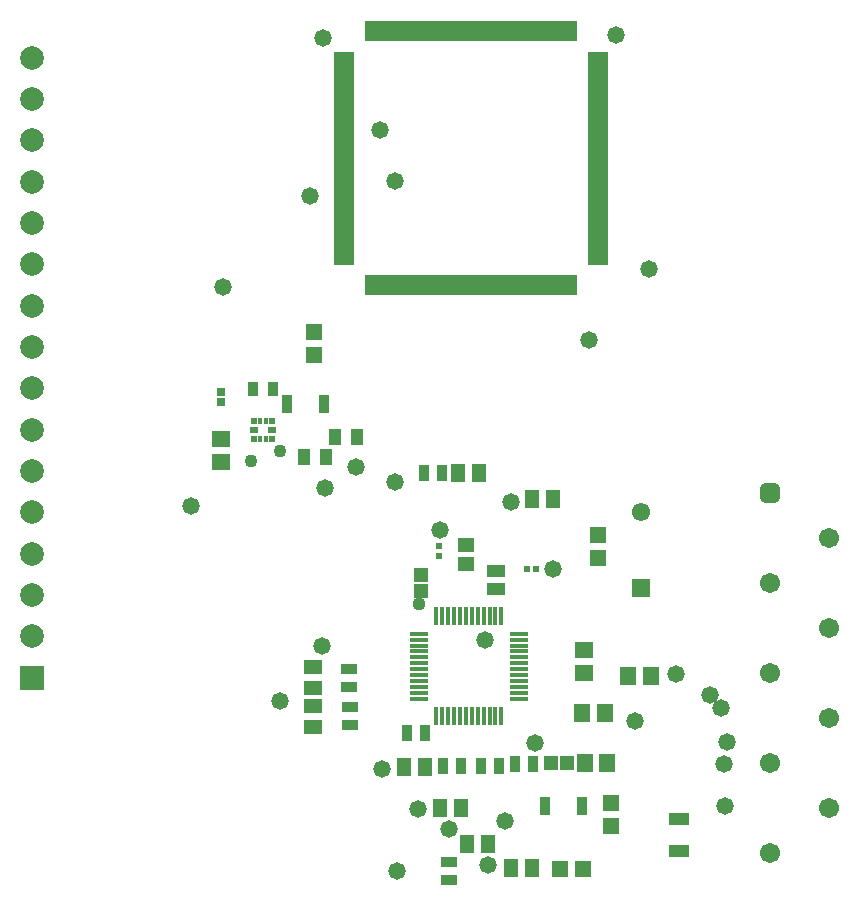
<source format=gts>
G04*
G04 #@! TF.GenerationSoftware,Altium Limited,Altium Designer,24.10.1 (45)*
G04*
G04 Layer_Color=8388736*
%FSLAX44Y44*%
%MOMM*%
G71*
G04*
G04 #@! TF.SameCoordinates,DF843893-4558-481A-A0A7-994FBF74EE7B*
G04*
G04*
G04 #@! TF.FilePolarity,Negative*
G04*
G01*
G75*
%ADD18R,1.3546X1.4621*%
%ADD19R,1.3549X1.5562*%
%ADD20R,0.5200X0.5200*%
%ADD21R,1.4057X1.5082*%
%ADD22R,0.9000X1.6000*%
%ADD23R,0.9500X1.3500*%
%ADD26R,1.3621X1.1578*%
%ADD27R,1.3500X0.9500*%
%ADD29R,1.5562X1.3549*%
%ADD30R,0.5200X0.5200*%
%ADD31R,1.0065X1.4082*%
%ADD32R,1.4621X1.3546*%
%ADD40R,0.8065X1.3082*%
%ADD42R,0.4532X1.5532*%
%ADD43R,1.5532X0.4532*%
%ADD44R,1.2032X1.5532*%
%ADD45R,1.5532X1.2032*%
%ADD46R,1.2532X1.2532*%
%ADD47R,1.2532X1.2532*%
%ADD48R,0.6532X0.5532*%
%ADD49R,0.5032X0.6032*%
%ADD50R,0.4532X0.6032*%
%ADD51R,1.6782X0.5032*%
%ADD52R,0.5032X1.6782*%
%ADD53R,0.7532X0.7532*%
%ADD54R,1.7532X1.1032*%
%ADD55R,1.5032X1.1032*%
%ADD56C,1.7032*%
G04:AMPARAMS|DCode=57|XSize=1.7032mm|YSize=1.7032mm|CornerRadius=0.4766mm|HoleSize=0mm|Usage=FLASHONLY|Rotation=90.000|XOffset=0mm|YOffset=0mm|HoleType=Round|Shape=RoundedRectangle|*
%AMROUNDEDRECTD57*
21,1,1.7032,0.7500,0,0,90.0*
21,1,0.7500,1.7032,0,0,90.0*
1,1,0.9532,0.3750,0.3750*
1,1,0.9532,0.3750,-0.3750*
1,1,0.9532,-0.3750,-0.3750*
1,1,0.9532,-0.3750,0.3750*
%
%ADD57ROUNDEDRECTD57*%
%ADD58R,2.0032X2.0032*%
%ADD59C,2.0032*%
%ADD60R,1.5532X1.5532*%
%ADD61C,1.5532*%
%ADD62C,1.4732*%
%ADD63C,1.1176*%
%ADD64C,1.0922*%
D18*
X504190Y27940D02*
D03*
X484674D02*
D03*
D19*
X522836Y160020D02*
D03*
X503324D02*
D03*
X562206Y191770D02*
D03*
X542693D02*
D03*
D20*
X456820Y281940D02*
D03*
X464820D02*
D03*
D21*
X506358Y118110D02*
D03*
X524882D02*
D03*
D22*
X472180Y81280D02*
D03*
X503180D02*
D03*
X284740Y421640D02*
D03*
X253740D02*
D03*
D23*
X355600Y143510D02*
D03*
X370600D02*
D03*
X369810Y363220D02*
D03*
X384810D02*
D03*
X447160Y116840D02*
D03*
X462160D02*
D03*
X432950Y115570D02*
D03*
X417950D02*
D03*
X386200D02*
D03*
X401200D02*
D03*
D26*
X405130Y302912D02*
D03*
Y286368D02*
D03*
D27*
X391160Y34170D02*
D03*
Y19170D02*
D03*
X307340Y165100D02*
D03*
Y150100D02*
D03*
X306566Y182480D02*
D03*
Y197480D02*
D03*
D29*
X198120Y392026D02*
D03*
Y372514D02*
D03*
X505460Y193847D02*
D03*
Y213360D02*
D03*
D30*
X382270Y293370D02*
D03*
Y301370D02*
D03*
D31*
X268003Y377190D02*
D03*
X287020D02*
D03*
X294021Y393700D02*
D03*
X313039D02*
D03*
D32*
X276860Y483066D02*
D03*
Y463550D02*
D03*
X528320Y83820D02*
D03*
Y64304D02*
D03*
X516890Y291634D02*
D03*
Y311150D02*
D03*
D40*
X241807Y434340D02*
D03*
X224790D02*
D03*
D42*
X385210Y157480D02*
D03*
X400210Y242480D02*
D03*
X405210D02*
D03*
X390210D02*
D03*
X415210D02*
D03*
X435210D02*
D03*
X430210D02*
D03*
X410210D02*
D03*
X425210D02*
D03*
X420210D02*
D03*
X395210D02*
D03*
X385210D02*
D03*
X390210Y157480D02*
D03*
X410210D02*
D03*
X395210D02*
D03*
X405210D02*
D03*
X400210D02*
D03*
X420210D02*
D03*
X415210D02*
D03*
X380210Y242480D02*
D03*
X435210Y157480D02*
D03*
X430210D02*
D03*
X425210D02*
D03*
X380210D02*
D03*
D43*
X365210Y172480D02*
D03*
Y212480D02*
D03*
Y207480D02*
D03*
X450210Y227480D02*
D03*
Y222480D02*
D03*
Y172480D02*
D03*
Y177480D02*
D03*
Y182480D02*
D03*
Y187480D02*
D03*
Y192480D02*
D03*
Y197480D02*
D03*
Y202480D02*
D03*
Y207480D02*
D03*
Y212480D02*
D03*
Y217480D02*
D03*
X365210Y177480D02*
D03*
Y187480D02*
D03*
Y182480D02*
D03*
Y192480D02*
D03*
Y202480D02*
D03*
Y197480D02*
D03*
Y217480D02*
D03*
Y222480D02*
D03*
Y227480D02*
D03*
D44*
X406180Y49530D02*
D03*
X424180D02*
D03*
X416670Y363220D02*
D03*
X398670D02*
D03*
X443120Y29210D02*
D03*
X461120D02*
D03*
X401430Y80010D02*
D03*
X383430D02*
D03*
X370950Y114300D02*
D03*
X352950D02*
D03*
X460900Y341630D02*
D03*
X478900D02*
D03*
D45*
X275590Y148480D02*
D03*
Y166480D02*
D03*
Y181500D02*
D03*
Y199500D02*
D03*
D46*
X367030Y263360D02*
D03*
Y276860D02*
D03*
D47*
X490620Y118110D02*
D03*
X477120D02*
D03*
D48*
X226140Y399920D02*
D03*
X241140D02*
D03*
D49*
Y407670D02*
D03*
X226140D02*
D03*
Y392170D02*
D03*
X241140D02*
D03*
D50*
X236140Y407670D02*
D03*
X231140D02*
D03*
Y392170D02*
D03*
X236140D02*
D03*
D51*
X302260Y717620D02*
D03*
X517020D02*
D03*
Y712620D02*
D03*
Y707620D02*
D03*
Y702620D02*
D03*
Y697620D02*
D03*
Y692620D02*
D03*
Y687620D02*
D03*
Y682620D02*
D03*
Y677620D02*
D03*
Y672620D02*
D03*
Y667620D02*
D03*
Y662620D02*
D03*
Y657620D02*
D03*
Y652620D02*
D03*
Y647620D02*
D03*
Y642620D02*
D03*
Y637620D02*
D03*
Y632620D02*
D03*
Y627620D02*
D03*
Y622620D02*
D03*
Y617620D02*
D03*
Y612620D02*
D03*
Y607620D02*
D03*
Y602620D02*
D03*
Y597620D02*
D03*
Y592620D02*
D03*
Y587620D02*
D03*
Y582620D02*
D03*
Y577620D02*
D03*
Y572620D02*
D03*
Y567620D02*
D03*
Y562620D02*
D03*
Y557620D02*
D03*
Y552620D02*
D03*
Y547620D02*
D03*
Y542620D02*
D03*
X302260D02*
D03*
Y547620D02*
D03*
Y552620D02*
D03*
Y557620D02*
D03*
Y562620D02*
D03*
Y567620D02*
D03*
Y572620D02*
D03*
Y577620D02*
D03*
Y582620D02*
D03*
Y587620D02*
D03*
Y592620D02*
D03*
Y597620D02*
D03*
Y602620D02*
D03*
Y607620D02*
D03*
Y612620D02*
D03*
Y617620D02*
D03*
Y622620D02*
D03*
Y627620D02*
D03*
Y632620D02*
D03*
Y637620D02*
D03*
Y642620D02*
D03*
Y647620D02*
D03*
Y652620D02*
D03*
Y657620D02*
D03*
Y662620D02*
D03*
Y667620D02*
D03*
Y672620D02*
D03*
Y677620D02*
D03*
Y682620D02*
D03*
Y687620D02*
D03*
Y692620D02*
D03*
Y697620D02*
D03*
Y702620D02*
D03*
Y707620D02*
D03*
Y712620D02*
D03*
D52*
X322140Y737500D02*
D03*
X327140D02*
D03*
X332140D02*
D03*
X337140D02*
D03*
X342140D02*
D03*
X347140D02*
D03*
X352140D02*
D03*
X357140D02*
D03*
X362140D02*
D03*
X367140D02*
D03*
X372140D02*
D03*
X377140D02*
D03*
X382140D02*
D03*
X387140D02*
D03*
X392140D02*
D03*
X397140D02*
D03*
X402140D02*
D03*
X407140D02*
D03*
X412140D02*
D03*
X417140D02*
D03*
X422140D02*
D03*
X427140D02*
D03*
X432140D02*
D03*
X437140D02*
D03*
X442140D02*
D03*
X447140D02*
D03*
X452140D02*
D03*
X457140D02*
D03*
X462140D02*
D03*
X467140D02*
D03*
X472140D02*
D03*
X477140D02*
D03*
X482140D02*
D03*
X487140D02*
D03*
X492140D02*
D03*
X497140D02*
D03*
Y522740D02*
D03*
X492140D02*
D03*
X487140D02*
D03*
X482140D02*
D03*
X477140D02*
D03*
X472140D02*
D03*
X467140D02*
D03*
X462140D02*
D03*
X457140D02*
D03*
X452140D02*
D03*
X447140D02*
D03*
X442140D02*
D03*
X437140D02*
D03*
X432140D02*
D03*
X427140D02*
D03*
X422140D02*
D03*
X417140D02*
D03*
X412140D02*
D03*
X407140D02*
D03*
X402140D02*
D03*
X397140D02*
D03*
X392140D02*
D03*
X387140D02*
D03*
X382140D02*
D03*
X377140D02*
D03*
X372140D02*
D03*
X367140D02*
D03*
X362140D02*
D03*
X357140D02*
D03*
X352140D02*
D03*
X347140D02*
D03*
X342140D02*
D03*
X337140D02*
D03*
X332140D02*
D03*
X327140D02*
D03*
X322140D02*
D03*
D53*
X198120Y432490D02*
D03*
Y423490D02*
D03*
D54*
X585470Y43900D02*
D03*
Y70400D02*
D03*
D55*
X430530Y280800D02*
D03*
Y265300D02*
D03*
D56*
X712470Y80010D02*
D03*
X662470Y118110D02*
D03*
Y194310D02*
D03*
Y270510D02*
D03*
X712470Y308610D02*
D03*
Y232410D02*
D03*
Y156210D02*
D03*
X662470Y41910D02*
D03*
D57*
Y346710D02*
D03*
D58*
X38100Y190350D02*
D03*
D59*
Y225350D02*
D03*
Y260350D02*
D03*
Y295350D02*
D03*
Y330350D02*
D03*
Y365350D02*
D03*
Y400350D02*
D03*
Y435350D02*
D03*
Y470350D02*
D03*
Y505350D02*
D03*
Y540350D02*
D03*
Y575350D02*
D03*
Y610350D02*
D03*
Y645350D02*
D03*
Y680350D02*
D03*
Y715350D02*
D03*
D60*
X553720Y266450D02*
D03*
D61*
Y330450D02*
D03*
D62*
X364490Y78740D02*
D03*
X424070Y31750D02*
D03*
X391160Y62230D02*
D03*
X438040Y68580D02*
D03*
X346710Y26670D02*
D03*
X582930Y193040D02*
D03*
X548640Y153670D02*
D03*
X463550Y134620D02*
D03*
X478790Y281940D02*
D03*
X383540Y314960D02*
D03*
X247650Y170180D02*
D03*
X621231Y164653D02*
D03*
X612140Y175260D02*
D03*
X626110Y135890D02*
D03*
X334010Y113030D02*
D03*
X623570Y116840D02*
D03*
X624840Y81280D02*
D03*
X443230Y339090D02*
D03*
X345440Y355600D02*
D03*
X283210Y217170D02*
D03*
X172720Y335280D02*
D03*
X421640Y222250D02*
D03*
X560070Y535940D02*
D03*
X285750Y350520D02*
D03*
X273050Y598170D02*
D03*
X345440Y610870D02*
D03*
X312420Y368300D02*
D03*
X509270Y476250D02*
D03*
X332740Y654050D02*
D03*
X532130Y734060D02*
D03*
X284480Y731520D02*
D03*
X199468Y520778D02*
D03*
D63*
X365760Y252330D02*
D03*
D64*
X223520Y373380D02*
D03*
X247650Y382270D02*
D03*
M02*

</source>
